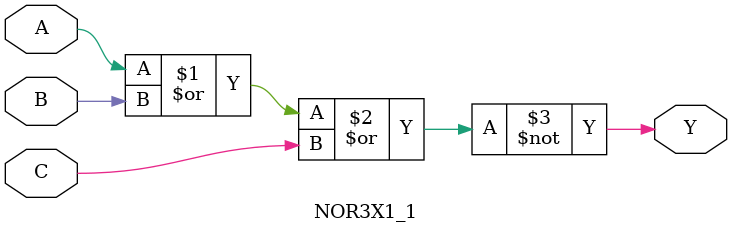
<source format=v>
module NOR3X1_1(A, B, C, Y);
input A, B, C;
output Y;
nor(Y, A, B, C);
endmodule
</source>
